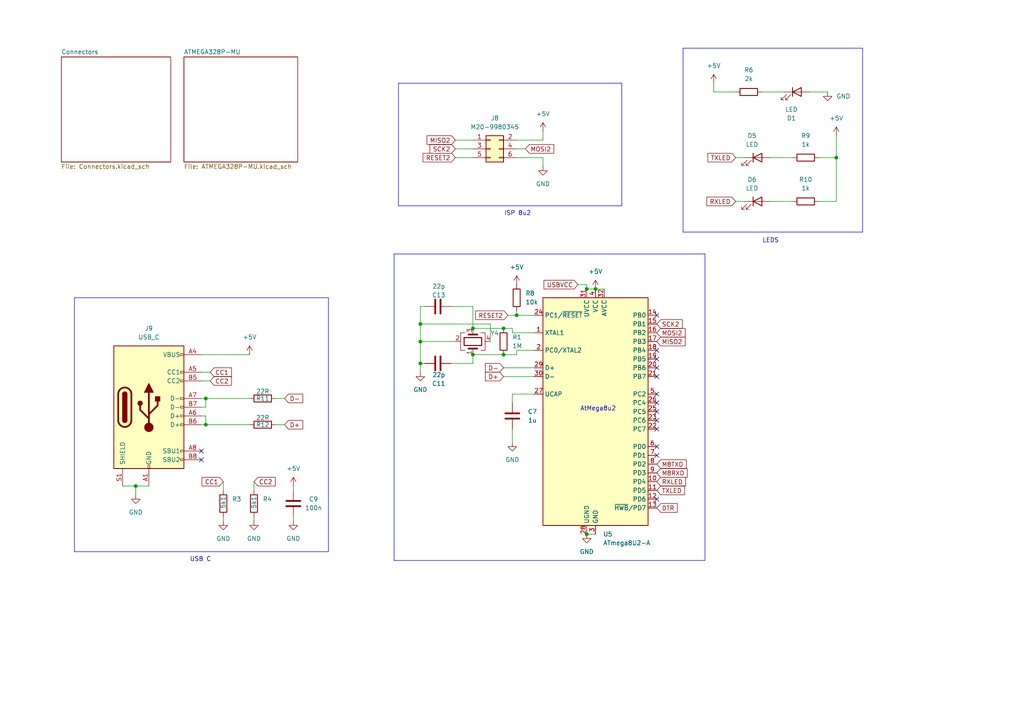
<source format=kicad_sch>
(kicad_sch (version 20231120) (generator "eeschema") (generator_version "8.0")
  (paper "A4")
  (title_block (title "PicoMother") (date "2024-11-05") (rev "1") (company "Bonningre Louis") (comment 1 "Lecomte Antoine"))
  (lib_symbols
    (symbol "Connector:USB_C_Receptacle_USB2.0_16P" (pin_names (offset 1.016))
      (property "Reference" "J" (at 0 22.225 0))
      (property "Value" "USB_C_Receptacle_USB2.0_16P" (at 0 19.685 0))
      (symbol "USB_C_Receptacle_USB2.0_16P_0_0"
        (rectangle (start -0.254 -17.78) (end 0.254 -16.764))
        (rectangle (start 10.16 -14.986) (end 9.144 -15.494))
        (rectangle (start 10.16 -12.446) (end 9.144 -12.954))
        (rectangle (start 10.16 -4.826) (end 9.144 -5.334))
        (rectangle (start 10.16 -2.286) (end 9.144 -2.794))
        (rectangle (start 10.16 0.254) (end 9.144 -0.254))
        (rectangle (start 10.16 2.794) (end 9.144 2.286))
        (rectangle (start 10.16 7.874) (end 9.144 7.366))
        (rectangle (start 10.16 10.414) (end 9.144 9.906))
        (rectangle (start 10.16 15.494) (end 9.144 14.986))
      )
      (symbol "USB_C_Receptacle_USB2.0_16P_0_1"
        (rectangle (start -10.16 17.78) (end 10.16 -17.78) (stroke (width 0.254)) (fill (type background)))
        (arc (start -8.89 -3.81) (mid -6.985 -5.7067) (end -5.08 -3.81) (stroke (width 0.508)))
        (arc (start -7.62 -3.81) (mid -6.985 -4.4423) (end -6.35 -3.81) (stroke (width 0.254)))
        (arc (start -7.62 -3.81) (mid -6.985 -4.4423) (end -6.35 -3.81) (stroke (width 0.254)) (fill (type outline)))
        (rectangle (start -7.62 -3.81) (end -6.35 3.81) (stroke (width 0.254)) (fill (type outline)))
        (arc (start -6.35 3.81) (mid -6.985 4.4423) (end -7.62 3.81) (stroke (width 0.254)))
        (arc (start -6.35 3.81) (mid -6.985 4.4423) (end -7.62 3.81) (stroke (width 0.254)) (fill (type outline)))
        (arc (start -5.08 3.81) (mid -6.985 5.7067) (end -8.89 3.81) (stroke (width 0.508)))
        (circle (center -2.54 1.143) (radius 0.635) (stroke (width 0.254)) (fill (type outline)))
        (circle (center 0 -5.842) (radius 1.27) (fill (type outline)))
        (polyline (pts (xy -8.89 -3.81) (xy -8.89 3.81)) (stroke (width 0.508)))
        (polyline (pts (xy -5.08 3.81) (xy -5.08 -3.81)) (stroke (width 0.508)))
        (polyline (pts (xy 0 -5.842) (xy 0 4.318)) (stroke (width 0.508)))
        (polyline (pts (xy 0 -3.302) (xy -2.54 -0.762) (xy -2.54 0.508)) (stroke (width 0.508)))
        (polyline (pts (xy 0 -2.032) (xy 2.54 0.508) (xy 2.54 1.778)) (stroke (width 0.508)))
        (polyline (pts (xy -1.27 4.318) (xy 0 6.858) (xy 1.27 4.318) (xy -1.27 4.318)) (stroke (width 0.254)) (fill (type outline)))
        (rectangle (start 1.905 1.778) (end 3.175 3.048) (stroke (width 0.254)) (fill (type outline)))
      )
      (symbol "USB_C_Receptacle_USB2.0_16P_1_1"
        (pin passive line (at 0 -22.86 90) (length 5.08) (name "GND") (number "A1"))
        (pin passive line (at 0 -22.86 90) (length 5.08) hide (name "GND") (number "A12"))
        (pin passive line (at 15.24 15.24 180) (length 5.08) (name "VBUS") (number "A4"))
        (pin bidirectional line (at 15.24 10.16 180) (length 5.08) (name "CC1") (number "A5"))
        (pin bidirectional line (at 15.24 -2.54 180) (length 5.08) (name "D+") (number "A6"))
        (pin bidirectional line (at 15.24 2.54 180) (length 5.08) (name "D-") (number "A7"))
        (pin bidirectional line (at 15.24 -12.7 180) (length 5.08) (name "SBU1") (number "A8"))
        (pin passive line (at 15.24 15.24 180) (length 5.08) hide (name "VBUS") (number "A9"))
        (pin passive line (at 0 -22.86 90) (length 5.08) hide (name "GND") (number "B1"))
        (pin passive line (at 0 -22.86 90) (length 5.08) hide (name "GND") (number "B12"))
        (pin passive line (at 15.24 15.24 180) (length 5.08) hide (name "VBUS") (number "B4"))
        (pin bidirectional line (at 15.24 7.62 180) (length 5.08) (name "CC2") (number "B5"))
        (pin bidirectional line (at 15.24 -5.08 180) (length 5.08) (name "D+") (number "B6"))
        (pin bidirectional line (at 15.24 0 180) (length 5.08) (name "D-") (number "B7"))
        (pin bidirectional line (at 15.24 -15.24 180) (length 5.08) (name "SBU2") (number "B8"))
        (pin passive line (at 15.24 15.24 180) (length 5.08) hide (name "VBUS") (number "B9"))
        (pin passive line (at -7.62 -22.86 90) (length 5.08) (name "SHIELD") (number "S1"))
      )
    )
    (symbol "Connector_Generic:Conn_02x03_Odd_Even" (pin_names (offset 1.016) hide)
      (property "Reference" "J" (at 1.27 5.08 0))
      (property "Value" "Conn_02x03_Odd_Even" (at 1.27 -5.08 0))
      (symbol "Conn_02x03_Odd_Even_1_1"
        (rectangle (start -1.27 -2.413) (end 0 -2.667) (stroke (width 0.1524)))
        (rectangle (start -1.27 0.127) (end 0 -0.127) (stroke (width 0.1524)))
        (rectangle (start -1.27 2.667) (end 0 2.413) (stroke (width 0.1524)))
        (rectangle (start -1.27 3.81) (end 3.81 -3.81) (stroke (width 0.254)) (fill (type background)))
        (rectangle (start 3.81 -2.413) (end 2.54 -2.667) (stroke (width 0.1524)))
        (rectangle (start 3.81 0.127) (end 2.54 -0.127) (stroke (width 0.1524)))
        (rectangle (start 3.81 2.667) (end 2.54 2.413) (stroke (width 0.1524)))
        (pin passive line (at -5.08 2.54 0) (length 3.81) (name "Pin_1") (number "1"))
        (pin passive line (at 7.62 2.54 180) (length 3.81) (name "Pin_2") (number "2"))
        (pin passive line (at -5.08 0 0) (length 3.81) (name "Pin_3") (number "3"))
        (pin passive line (at 7.62 0 180) (length 3.81) (name "Pin_4") (number "4"))
        (pin passive line (at -5.08 -2.54 0) (length 3.81) (name "Pin_5") (number "5"))
        (pin passive line (at 7.62 -2.54 180) (length 3.81) (name "Pin_6") (number "6"))
      )
    )
    (symbol "Device:C" (pin_numbers hide) (pin_names (offset 0.254))
      (property "Reference" "C" (at 0.635 2.54 0))
      (property "Value" "C" (at 0.635 -2.54 0))
      (symbol "C_0_1"
        (polyline (pts (xy -2.032 -0.762) (xy 2.032 -0.762)) (stroke (width 0.508)))
        (polyline (pts (xy -2.032 0.762) (xy 2.032 0.762)) (stroke (width 0.508)))
      )
      (symbol "C_1_1"
        (pin passive line (at 0 3.81 270) (length 2.794) (name "~") (number "1"))
        (pin passive line (at 0 -3.81 90) (length 2.794) (name "~") (number "2"))
      )
    )
    (symbol "Device:Crystal_GND24" (pin_names (offset 1.016) hide)
      (property "Reference" "Y" (at 3.175 5.08 0))
      (property "Value" "Crystal_GND24" (at 3.175 3.175 0))
      (symbol "Crystal_GND24_0_1"
        (rectangle (start -1.143 2.54) (end 1.143 -2.54) (stroke (width 0.3048)))
        (polyline (pts (xy -2.54 0) (xy -2.032 0)))
        (polyline (pts (xy -2.032 -1.27) (xy -2.032 1.27)) (stroke (width 0.508)))
        (polyline (pts (xy 0 -3.81) (xy 0 -3.556)))
        (polyline (pts (xy 0 3.556) (xy 0 3.81)))
        (polyline (pts (xy 2.032 -1.27) (xy 2.032 1.27)) (stroke (width 0.508)))
        (polyline (pts (xy 2.032 0) (xy 2.54 0)))
        (polyline (pts (xy -2.54 -2.286) (xy -2.54 -3.556) (xy 2.54 -3.556) (xy 2.54 -2.286)))
        (polyline (pts (xy -2.54 2.286) (xy -2.54 3.556) (xy 2.54 3.556) (xy 2.54 2.286)))
      )
      (symbol "Crystal_GND24_1_1"
        (pin passive line (at -3.81 0 0) (length 1.27) (name "1") (number "1"))
        (pin passive line (at 0 5.08 270) (length 1.27) (name "2") (number "2"))
        (pin passive line (at 3.81 0 180) (length 1.27) (name "3") (number "3"))
        (pin passive line (at 0 -5.08 90) (length 1.27) (name "4") (number "4"))
      )
    )
    (symbol "Device:LED" (pin_numbers hide) (pin_names (offset 1.016) hide)
      (property "Reference" "D" (at 0 2.54 0))
      (property "Value" "LED" (at 0 -2.54 0))
      (symbol "LED_0_1"
        (polyline (pts (xy -1.27 -1.27) (xy -1.27 1.27)) (stroke (width 0.254)))
        (polyline (pts (xy -1.27 0) (xy 1.27 0)))
        (polyline (pts (xy 1.27 -1.27) (xy 1.27 1.27) (xy -1.27 0) (xy 1.27 -1.27)) (stroke (width 0.254)))
        (polyline (pts (xy -3.048 -0.762) (xy -4.572 -2.286) (xy -3.81 -2.286) (xy -4.572 -2.286) (xy -4.572 -1.524)))
        (polyline (pts (xy -1.778 -0.762) (xy -3.302 -2.286) (xy -2.54 -2.286) (xy -3.302 -2.286) (xy -3.302 -1.524)))
      )
      (symbol "LED_1_1"
        (pin passive line (at -3.81 0 0) (length 2.54) (name "K") (number "1"))
        (pin passive line (at 3.81 0 180) (length 2.54) (name "A") (number "2"))
      )
    )
    (symbol "Device:R" (pin_numbers hide) (pin_names (offset 0))
      (property "Reference" "R" (at 2.032 0 90))
      (property "Value" "R" (at 0 0 90))
      (symbol "R_0_1"
        (rectangle (start -1.016 -2.54) (end 1.016 2.54) (stroke (width 0.254)))
      )
      (symbol "R_1_1"
        (pin passive line (at 0 3.81 270) (length 1.27) (name "~") (number "1"))
        (pin passive line (at 0 -3.81 90) (length 1.27) (name "~") (number "2"))
      )
    )
    (symbol "MCU_Microchip_ATmega:ATmega8U2-A"
      (property "Reference" "U" (at -15.24 34.29 0))
      (property "Value" "ATmega8U2-A" (at 2.54 -34.29 0))
      (symbol "ATmega8U2-A_0_1"
        (rectangle (start -15.24 -33.02) (end 15.24 33.02) (stroke (width 0.254)) (fill (type background)))
      )
      (symbol "ATmega8U2-A_1_1"
        (pin input line (at -17.78 22.86 0) (length 2.54) (name "XTAL1") (number "1"))
        (pin bidirectional line (at 17.78 -20.32 180) (length 2.54) (name "PD4") (number "10"))
        (pin bidirectional line (at 17.78 -22.86 180) (length 2.54) (name "PD5") (number "11"))
        (pin bidirectional line (at 17.78 -25.4 180) (length 2.54) (name "PD6") (number "12"))
        (pin bidirectional line (at 17.78 -27.94 180) (length 2.54) (name "~{HWB}/PD7") (number "13"))
        (pin bidirectional line (at 17.78 27.94 180) (length 2.54) (name "PB0") (number "14"))
        (pin bidirectional line (at 17.78 25.4 180) (length 2.54) (name "PB1") (number "15"))
        (pin bidirectional line (at 17.78 22.86 180) (length 2.54) (name "PB2") (number "16"))
        (pin bidirectional line (at 17.78 20.32 180) (length 2.54) (name "PB3") (number "17"))
        (pin bidirectional line (at 17.78 17.78 180) (length 2.54) (name "PB4") (number "18"))
        (pin bidirectional line (at 17.78 15.24 180) (length 2.54) (name "PB5") (number "19"))
        (pin bidirectional line (at -17.78 17.78 0) (length 2.54) (name "PC0/XTAL2") (number "2"))
        (pin bidirectional line (at 17.78 12.7 180) (length 2.54) (name "PB6") (number "20"))
        (pin bidirectional line (at 17.78 10.16 180) (length 2.54) (name "PB7") (number "21"))
        (pin bidirectional line (at 17.78 -5.08 180) (length 2.54) (name "PC7") (number "22"))
        (pin bidirectional line (at 17.78 -2.54 180) (length 2.54) (name "PC6") (number "23"))
        (pin bidirectional line (at -17.78 27.94 0) (length 2.54) (name "PC1/~{RESET}") (number "24"))
        (pin bidirectional line (at 17.78 0 180) (length 2.54) (name "PC5") (number "25"))
        (pin bidirectional line (at 17.78 2.54 180) (length 2.54) (name "PC4") (number "26"))
        (pin passive line (at -17.78 5.08 0) (length 2.54) (name "UCAP") (number "27"))
        (pin power_in line (at -2.54 -35.56 90) (length 2.54) (name "UGND") (number "28"))
        (pin bidirectional line (at -17.78 12.7 0) (length 2.54) (name "D+") (number "29"))
        (pin power_in line (at 0 -35.56 90) (length 2.54) (name "GND") (number "3"))
        (pin bidirectional line (at -17.78 10.16 0) (length 2.54) (name "D-") (number "30"))
        (pin power_in line (at -2.54 35.56 270) (length 2.54) (name "UVCC") (number "31"))
        (pin power_in line (at 2.54 35.56 270) (length 2.54) (name "AVCC") (number "32"))
        (pin power_in line (at 0 35.56 270) (length 2.54) (name "VCC") (number "4"))
        (pin bidirectional line (at 17.78 5.08 180) (length 2.54) (name "PC2") (number "5"))
        (pin bidirectional line (at 17.78 -10.16 180) (length 2.54) (name "PD0") (number "6"))
        (pin bidirectional line (at 17.78 -12.7 180) (length 2.54) (name "PD1") (number "7"))
        (pin bidirectional line (at 17.78 -15.24 180) (length 2.54) (name "PD2") (number "8"))
        (pin bidirectional line (at 17.78 -17.78 180) (length 2.54) (name "PD3") (number "9"))
      )
    )
    (symbol "power:+5V" (power) (pin_numbers hide) (pin_names (offset 0) hide)
      (property "Value" "+5V" (at 0 3.556 0))
      (symbol "+5V_0_1"
        (polyline (pts (xy -0.762 1.27) (xy 0 2.54)))
        (polyline (pts (xy 0 0) (xy 0 2.54)))
        (polyline (pts (xy 0 2.54) (xy 0.762 1.27)))
      )
      (symbol "+5V_1_1"
        (pin power_in line (at 0 0 90) (length 0) (name "~") (number "1"))
      )
    )
    (symbol "power:GND" (power) (pin_numbers hide) (pin_names (offset 0) hide)
      (property "Value" "GND" (at 0 -3.81 0))
      (symbol "GND_0_1"
        (polyline (pts (xy 0 0) (xy 0 -1.27) (xy 1.27 -1.27) (xy 0 -2.54) (xy -1.27 -1.27) (xy 0 -1.27)))
      )
      (symbol "GND_1_1"
        (pin power_in line (at 0 0 270) (length 0) (name "~") (number "1"))
      )
    )
  )
  (junction (at 146.05 95.25))
  (junction (at 137.16 102.87))
  (junction (at 146.05 102.87))
  (junction (at 59.69 123.19))
  (junction (at 242.57 45.72))
  (junction (at 170.18 154.94))
  (junction (at 121.92 93.98))
  (junction (at 121.92 105.41))
  (junction (at 172.72 83.82))
  (junction (at 59.69 115.57))
  (junction (at 149.86 91.44))
  (junction (at 170.18 83.82))
  (junction (at 121.92 99.06))
  (junction (at 39.37 140.97))
  (junction (at 137.16 95.25))
  (no_connect (at 190.5 119.38))
  (no_connect (at 190.5 91.44))
  (no_connect (at 58.42 130.81))
  (no_connect (at 190.5 101.6))
  (no_connect (at 190.5 129.54))
  (no_connect (at 58.42 133.35))
  (no_connect (at 190.5 121.92))
  (no_connect (at 190.5 104.14))
  (no_connect (at 190.5 106.68))
  (no_connect (at 190.5 132.08))
  (no_connect (at 190.5 114.3))
  (no_connect (at 190.5 124.46))
  (no_connect (at 190.5 144.78))
  (no_connect (at 190.5 116.84))
  (no_connect (at 190.5 109.22))
  (polyline (pts (xy 198.12 13.97) (xy 198.12 67.31)))
  (wire (pts (xy 137.16 95.25) (xy 146.05 95.25)))
  (wire (pts (xy 213.36 58.42) (xy 215.9 58.42)))
  (wire (pts (xy 148.59 124.46) (xy 148.59 128.27)))
  (wire (pts (xy 59.69 115.57) (xy 58.42 115.57)))
  (wire (pts (xy 121.92 88.9) (xy 123.19 88.9)))
  (polyline (pts (xy 198.12 13.97) (xy 250.19 13.97)))
  (wire (pts (xy 148.59 114.3) (xy 148.59 116.84)))
  (wire (pts (xy 64.77 151.13) (xy 64.77 149.86)))
  (wire (pts (xy 58.42 118.11) (xy 59.69 118.11)))
  (wire (pts (xy 59.69 115.57) (xy 72.39 115.57)))
  (wire (pts (xy 82.55 115.57) (xy 80.01 115.57)))
  (polyline (pts (xy 250.19 67.31) (xy 250.19 13.97)))
  (wire (pts (xy 59.69 118.11) (xy 59.69 115.57)))
  (wire (pts (xy 240.03 26.67) (xy 234.95 26.67)))
  (wire (pts (xy 157.48 45.72) (xy 157.48 48.26)))
  (wire (pts (xy 242.57 45.72) (xy 242.57 58.42)))
  (wire (pts (xy 121.92 93.98) (xy 121.92 99.06)))
  (wire (pts (xy 242.57 39.37) (xy 242.57 45.72)))
  (wire (pts (xy 170.18 154.94) (xy 172.72 154.94)))
  (polyline (pts (xy 198.12 67.31) (xy 250.19 67.31)))
  (wire (pts (xy 58.42 123.19) (xy 59.69 123.19)))
  (wire (pts (xy 59.69 123.19) (xy 59.69 120.65)))
  (wire (pts (xy 242.57 58.42) (xy 237.49 58.42)))
  (polyline (pts (xy 95.25 160.02) (xy 21.59 160.02)))
  (polyline (pts (xy 180.34 24.13) (xy 115.57 24.13)))
  (wire (pts (xy 149.86 45.72) (xy 157.48 45.72)))
  (wire (pts (xy 167.64 82.55) (xy 170.18 82.55)))
  (wire (pts (xy 146.05 109.22) (xy 154.94 109.22)))
  (wire (pts (xy 157.48 40.64) (xy 157.48 38.1)))
  (wire (pts (xy 82.55 123.19) (xy 80.01 123.19)))
  (wire (pts (xy 121.92 99.06) (xy 121.92 105.41)))
  (wire (pts (xy 170.18 82.55) (xy 170.18 83.82)))
  (polyline (pts (xy 180.34 59.69) (xy 180.34 24.13)))
  (wire (pts (xy 146.05 106.68) (xy 154.94 106.68)))
  (wire (pts (xy 213.36 45.72) (xy 215.9 45.72)))
  (wire (pts (xy 35.56 140.97) (xy 39.37 140.97)))
  (wire (pts (xy 58.42 102.87) (xy 72.39 102.87)))
  (wire (pts (xy 64.77 139.7) (xy 64.77 142.24)))
  (wire (pts (xy 137.16 102.87) (xy 146.05 102.87)))
  (wire (pts (xy 132.08 40.64) (xy 137.16 40.64)))
  (polyline (pts (xy 204.47 162.56) (xy 114.3 162.56)))
  (polyline (pts (xy 114.3 73.66) (xy 114.3 162.56)))
  (wire (pts (xy 223.52 45.72) (xy 229.87 45.72)))
  (wire (pts (xy 223.52 58.42) (xy 229.87 58.42)))
  (polyline (pts (xy 114.3 73.66) (xy 204.47 73.66)))
  (wire (pts (xy 121.92 99.06) (xy 132.08 99.06)))
  (wire (pts (xy 73.66 139.7) (xy 73.66 142.24)))
  (wire (pts (xy 137.16 95.25) (xy 137.16 88.9)))
  (wire (pts (xy 154.94 114.3) (xy 148.59 114.3)))
  (wire (pts (xy 85.09 151.13) (xy 85.09 149.86)))
  (wire (pts (xy 73.66 151.13) (xy 73.66 149.86)))
  (wire (pts (xy 154.94 101.6) (xy 149.86 101.6)))
  (polyline (pts (xy 21.59 86.36) (xy 95.25 86.36)))
  (wire (pts (xy 142.24 99.06) (xy 142.24 93.98)))
  (polyline (pts (xy 21.59 86.36) (xy 21.59 160.02)))
  (wire (pts (xy 172.72 83.82) (xy 175.26 83.82)))
  (polyline (pts (xy 95.25 86.36) (xy 95.25 160.02)))
  (wire (pts (xy 132.08 45.72) (xy 137.16 45.72)))
  (wire (pts (xy 149.86 90.17) (xy 149.86 91.44)))
  (polyline (pts (xy 115.57 24.13) (xy 115.57 59.69)))
  (wire (pts (xy 121.92 88.9) (xy 121.92 93.98)))
  (wire (pts (xy 137.16 88.9) (xy 130.81 88.9)))
  (wire (pts (xy 149.86 101.6) (xy 149.86 102.87)))
  (wire (pts (xy 130.81 105.41) (xy 137.16 105.41)))
  (wire (pts (xy 121.92 105.41) (xy 123.19 105.41)))
  (wire (pts (xy 59.69 123.19) (xy 72.39 123.19)))
  (wire (pts (xy 148.59 96.52) (xy 148.59 95.25)))
  (wire (pts (xy 149.86 91.44) (xy 154.94 91.44)))
  (wire (pts (xy 220.98 26.67) (xy 227.33 26.67)))
  (wire (pts (xy 121.92 93.98) (xy 142.24 93.98)))
  (wire (pts (xy 137.16 105.41) (xy 137.16 102.87)))
  (wire (pts (xy 147.32 91.44) (xy 149.86 91.44)))
  (wire (pts (xy 207.01 24.13) (xy 207.01 26.67)))
  (wire (pts (xy 85.09 140.97) (xy 85.09 142.24)))
  (wire (pts (xy 39.37 140.97) (xy 43.18 140.97)))
  (wire (pts (xy 170.18 83.82) (xy 172.72 83.82)))
  (wire (pts (xy 39.37 143.51) (xy 39.37 140.97)))
  (wire (pts (xy 207.01 26.67) (xy 213.36 26.67)))
  (wire (pts (xy 60.96 110.49) (xy 58.42 110.49)))
  (polyline (pts (xy 204.47 73.66) (xy 204.47 162.56)))
  (wire (pts (xy 121.92 107.95) (xy 121.92 105.41)))
  (wire (pts (xy 146.05 95.25) (xy 148.59 95.25)))
  (wire (pts (xy 237.49 45.72) (xy 242.57 45.72)))
  (polyline (pts (xy 115.57 59.69) (xy 180.34 59.69)))
  (wire (pts (xy 149.86 43.18) (xy 152.4 43.18)))
  (wire (pts (xy 132.08 43.18) (xy 137.16 43.18)))
  (wire (pts (xy 59.69 120.65) (xy 58.42 120.65)))
  (wire (pts (xy 60.96 107.95) (xy 58.42 107.95)))
  (wire (pts (xy 149.86 40.64) (xy 157.48 40.64)))
  (wire (pts (xy 154.94 96.52) (xy 148.59 96.52)))
  (wire (pts (xy 146.05 102.87) (xy 149.86 102.87)))
  (text "AtMega8u2\n" (at 173.482 118.618 0) (effects (font (size 1.27 1.27))))
  (text "USB C\n" (at 58.166 162.306 0) (effects (font (size 1.27 1.27))))
  (text "LEDS" (at 223.52 69.85 0) (effects (font (size 1.27 1.27))))
  (text "ISP 8u2\n" (at 150.114 61.976 0) (effects (font (size 1.27 1.27))))
  (global_label "TXLED" (shape input) (at 213.36 45.72 180) (property "Intersheetrefs" "${INTERSHEET_REFS}" (effects (hide yes))))
  (global_label "TXLED" (shape input) (at 190.5 142.24 0) (property "Intersheetrefs" "${INTERSHEET_REFS}" (effects (hide yes))))
  (global_label "M8TXD" (shape input) (at 190.5 134.62 0) (property "Intersheetrefs" "${INTERSHEET_REFS}" (effects (hide yes))))
  (global_label "RESET2" (shape input) (at 132.08 45.72 180) (property "Intersheetrefs" "${INTERSHEET_REFS}" (effects (hide yes))))
  (global_label "RESET2" (shape input) (at 147.32 91.44 180) (property "Intersheetrefs" "${INTERSHEET_REFS}" (effects (hide yes))))
  (global_label "MISO2" (shape input) (at 190.5 99.06 0) (property "Intersheetrefs" "${INTERSHEET_REFS}" (effects (hide yes))))
  (global_label "D-" (shape input) (at 82.55 115.57 0) (property "Intersheetrefs" "${INTERSHEET_REFS}" (effects (hide yes))))
  (global_label "D+" (shape input) (at 82.55 123.19 0) (property "Intersheetrefs" "${INTERSHEET_REFS}" (effects (hide yes))))
  (global_label "D-" (shape input) (at 146.05 106.68 180) (property "Intersheetrefs" "${INTERSHEET_REFS}" (effects (hide yes))))
  (global_label "CC1" (shape input) (at 60.96 107.95 0) (property "Intersheetrefs" "${INTERSHEET_REFS}" (effects (hide yes))))
  (global_label "SCK2" (shape input) (at 132.08 43.18 180) (property "Intersheetrefs" "${INTERSHEET_REFS}" (effects (hide yes))))
  (global_label "M8RXD" (shape input) (at 190.5 137.16 0) (property "Intersheetrefs" "${INTERSHEET_REFS}" (effects (hide yes))))
  (global_label "RXLED" (shape input) (at 213.36 58.42 180) (property "Intersheetrefs" "${INTERSHEET_REFS}" (effects (hide yes))))
  (global_label "CC1" (shape input) (at 64.77 139.7 180) (property "Intersheetrefs" "${INTERSHEET_REFS}" (effects (hide yes))))
  (global_label "RXLED" (shape input) (at 190.5 139.7 0) (property "Intersheetrefs" "${INTERSHEET_REFS}" (effects (hide yes))))
  (global_label "MOSI2" (shape input) (at 190.5 96.52 0) (property "Intersheetrefs" "${INTERSHEET_REFS}" (effects (hide yes))))
  (global_label "USBVCC" (shape input) (at 167.64 82.55 180) (property "Intersheetrefs" "${INTERSHEET_REFS}" (effects (hide yes))))
  (global_label "D+" (shape input) (at 146.05 109.22 180) (property "Intersheetrefs" "${INTERSHEET_REFS}" (effects (hide yes))))
  (global_label "SCK2" (shape input) (at 190.5 93.98 0) (property "Intersheetrefs" "${INTERSHEET_REFS}" (effects (hide yes))))
  (global_label "DTR" (shape input) (at 190.5 147.32 0) (property "Intersheetrefs" "${INTERSHEET_REFS}" (effects (hide yes))))
  (global_label "MOSI2" (shape input) (at 152.4 43.18 0) (property "Intersheetrefs" "${INTERSHEET_REFS}" (effects (hide yes))))
  (global_label "CC2" (shape input) (at 73.66 139.7 0) (property "Intersheetrefs" "${INTERSHEET_REFS}" (effects (hide yes))))
  (global_label "CC2" (shape input) (at 60.96 110.49 0) (property "Intersheetrefs" "${INTERSHEET_REFS}" (effects (hide yes))))
  (global_label "MISO2" (shape input) (at 132.08 40.64 180) (property "Intersheetrefs" "${INTERSHEET_REFS}" (effects (hide yes))))
  (symbol (lib_id "Device:R") (at 76.2 115.57 90) (unit 1)
    (property "Reference" "R11" (at 76.2 115.57 90))
    (property "Value" "22R" (at 76.2 113.538 90))
    (property "Footprint" "Resistor_SMD:R_0603_1608Metric_Pad0.98x0.95mm_HandSolder" (effects (hide yes)))
    (property "Description" "Resistor" (effects (hide yes)))
  )
  (symbol (lib_id "Connector:USB_C_Receptacle_USB2.0_16P") (at 43.18 118.11 0) (unit 1)
    (property "Reference" "J9" (at 43.18 95.25 0))
    (property "Value" "USB_C" (at 43.18 97.79 0))
    (property "Footprint" "Connector_USB:USB_C_Receptacle_GCT_USB4105-xx-A_16P_TopMnt_Horizontal" (effects (hide yes)))
    (property "Datasheet" "https://www.usb.org/sites/default/files/documents/usb_type-c.zip" (effects (hide yes)))
    (property "Description" "USB 2.0-only 16P Type-C Receptacle connector" (effects (hide yes)))
  )
  (symbol (lib_id "power:+5V") (at 72.39 102.87 0) (unit 1)
    (property "Reference" "#PWR053" (effects (hide yes)))
    (property "Value" "+5V" (at 72.39 97.79 0))
    (property "Description" "Power symbol creates a global label with name \"+5V\"" (effects (hide yes)))
  )
  (symbol (lib_id "power:+5V") (at 149.86 82.55 0) (unit 1)
    (property "Reference" "#PWR025" (effects (hide yes)))
    (property "Value" "+5V" (at 149.86 77.47 0))
    (property "Description" "Power symbol creates a global label with name \"+5V\"" (effects (hide yes)))
  )
  (symbol (lib_id "power:GND") (at 121.92 107.95 0) (unit 1)
    (property "Reference" "#PWR027" (effects (hide yes)))
    (property "Value" "GND" (at 121.92 113.03 0))
    (property "Description" "Power symbol creates a global label with name \"GND\" , ground" (effects (hide yes)))
  )
  (symbol (lib_id "power:GND") (at 39.37 143.51 0) (unit 1)
    (property "Reference" "#PWR036" (effects (hide yes)))
    (property "Value" "GND" (at 39.37 148.59 0))
    (property "Description" "Power symbol creates a global label with name \"GND\" , ground" (effects (hide yes)))
  )
  (symbol (lib_id "Device:C") (at 127 88.9 270) (unit 1)
    (property "Reference" "C13" (at 127.254 85.598 90))
    (property "Value" "22p" (at 127.254 83.058 90))
    (property "Footprint" "Capacitor_SMD:C_0603_1608Metric_Pad1.08x0.95mm_HandSolder" (effects (hide yes)))
    (property "Description" "Unpolarized capacitor" (effects (hide yes)))
  )
  (symbol (lib_id "power:GND") (at 85.09 151.13 0) (unit 1)
    (property "Reference" "#PWR018" (effects (hide yes)))
    (property "Value" "GND" (at 85.09 156.21 0))
    (property "Description" "Power symbol creates a global label with name \"GND\" , ground" (effects (hide yes)))
  )
  (symbol (lib_id "power:GND") (at 170.18 154.94 0) (unit 1)
    (property "Reference" "#PWR039" (effects (hide yes)))
    (property "Value" "GND" (at 170.18 160.02 0))
    (property "Description" "Power symbol creates a global label with name \"GND\" , ground" (effects (hide yes)))
  )
  (symbol (lib_id "power:+5V") (at 157.48 38.1 0) (unit 1)
    (property "Reference" "#PWR043" (effects (hide yes)))
    (property "Value" "+5V" (at 157.48 33.02 0))
    (property "Description" "Power symbol creates a global label with name \"+5V\"" (effects (hide yes)))
  )
  (symbol (lib_id "power:GND") (at 148.59 128.27 0) (unit 1)
    (property "Reference" "#PWR055" (effects (hide yes)))
    (property "Value" "GND" (at 148.59 133.35 0))
    (property "Description" "Power symbol creates a global label with name \"GND\" , ground" (effects (hide yes)))
  )
  (symbol (lib_id "Device:R") (at 73.66 146.05 0) (unit 1)
    (property "Reference" "R4" (at 76.2 144.7799 0) (effects (justify left)))
    (property "Value" "5k1" (at 73.66 147.574 90) (effects (justify left)))
    (property "Footprint" "Resistor_SMD:R_0603_1608Metric_Pad0.98x0.95mm_HandSolder" (effects (hide yes)))
    (property "Description" "Resistor" (effects (hide yes)))
  )
  (symbol (lib_id "Connector_Generic:Conn_02x03_Odd_Even") (at 142.24 43.18 0) (unit 1)
    (property "Reference" "J8" (at 143.51 34.29 0))
    (property "Value" "M20-9980345" (at 143.51 36.83 0))
    (property "Footprint" "Connector_PinHeader_2.54mm:PinHeader_2x03_P2.54mm_Vertical" (effects (hide yes)))
    (property "Description" "Generic connector, double row, 02x03, odd/even pin numbering scheme (row 1 odd numbers, row 2 even numbers), script generated (kicad-library-utils/schlib/autogen/connector/)" (effects (hide yes)))
  )
  (symbol (lib_id "Device:R") (at 233.68 58.42 90) (unit 1)
    (property "Reference" "R10" (at 233.68 52.07 90))
    (property "Value" "1k" (at 233.68 54.61 90))
    (property "Footprint" "Resistor_SMD:R_0603_1608Metric_Pad0.98x0.95mm_HandSolder" (effects (hide yes)))
    (property "Description" "Resistor" (effects (hide yes)))
  )
  (symbol (lib_id "power:+5V") (at 85.09 140.97 0) (unit 1)
    (property "Reference" "#PWR023" (effects (hide yes)))
    (property "Value" "+5V" (at 85.09 135.89 0))
    (property "Description" "Power symbol creates a global label with name \"+5V\"" (effects (hide yes)))
  )
  (symbol (lib_id "power:GND") (at 73.66 151.13 0) (unit 1)
    (property "Reference" "#PWR022" (effects (hide yes)))
    (property "Value" "GND" (at 73.66 156.21 0))
    (property "Description" "Power symbol creates a global label with name \"GND\" , ground" (effects (hide yes)))
  )
  (symbol (lib_id "Device:LED") (at 219.71 58.42 0) (unit 1)
    (property "Reference" "D6" (at 218.1225 52.07 0))
    (property "Value" "LED" (at 218.1225 54.61 0))
    (property "Footprint" "LED_SMD:LED_0603_1608Metric_Pad1.05x0.95mm_HandSolder" (effects (hide yes)))
    (property "Description" "Light emitting diode" (effects (hide yes)))
  )
  (symbol (lib_id "MCU_Microchip_ATmega:ATmega8U2-A") (at 172.72 119.38 0) (unit 1)
    (property "Reference" "U5" (at 174.9141 154.94 0) (effects (justify left)))
    (property "Value" "ATmega8U2-A" (at 174.9141 157.48 0) (effects (justify left)))
    (property "Footprint" "Package_QFP:TQFP-32_7x7mm_P0.8mm" (effects (hide yes)))
    (property "Datasheet" "http://ww1.microchip.com/downloads/en/DeviceDoc/doc7799.pdf" (effects (hide yes)))
    (property "Description" "16MHz, 8kB Flash, 512B SRAM, 512B EEPROM, TQFP-32" (effects (hide yes)))
  )
  (symbol (lib_id "power:GND") (at 64.77 151.13 0) (unit 1)
    (property "Reference" "#PWR029" (effects (hide yes)))
    (property "Value" "GND" (at 64.77 156.21 0))
    (property "Description" "Power symbol creates a global label with name \"GND\" , ground" (effects (hide yes)))
  )
  (symbol (lib_id "Device:R") (at 76.2 123.19 90) (unit 1)
    (property "Reference" "R12" (at 76.2 123.19 90))
    (property "Value" "22R" (at 76.2 121.158 90))
    (property "Footprint" "Resistor_SMD:R_0603_1608Metric_Pad0.98x0.95mm_HandSolder" (effects (hide yes)))
    (property "Description" "Resistor" (effects (hide yes)))
  )
  (symbol (lib_id "Device:R") (at 64.77 146.05 0) (unit 1)
    (property "Reference" "R3" (at 67.31 144.7799 0) (effects (justify left)))
    (property "Value" "5k1" (at 64.77 147.574 90) (effects (justify left)))
    (property "Footprint" "Resistor_SMD:R_0603_1608Metric_Pad0.98x0.95mm_HandSolder" (effects (hide yes)))
    (property "Description" "Resistor" (effects (hide yes)))
  )
  (symbol (lib_id "Device:R") (at 233.68 45.72 90) (unit 1)
    (property "Reference" "R9" (at 233.68 39.37 90))
    (property "Value" "1k" (at 233.68 41.91 90))
    (property "Footprint" "Resistor_SMD:R_0603_1608Metric_Pad0.98x0.95mm_HandSolder" (effects (hide yes)))
    (property "Description" "Resistor" (effects (hide yes)))
  )
  (symbol (lib_id "Device:R") (at 217.17 26.67 90) (unit 1)
    (property "Reference" "R6" (at 217.17 20.32 90))
    (property "Value" "2k" (at 217.17 22.86 90))
    (property "Footprint" "Resistor_SMD:R_0603_1608Metric_Pad0.98x0.95mm_HandSolder" (effects (hide yes)))
    (property "Description" "Resistor" (effects (hide yes)))
  )
  (symbol (lib_id "power:+5V") (at 207.01 24.13 0) (unit 1)
    (property "Reference" "#PWR01" (effects (hide yes)))
    (property "Value" "+5V" (at 207.01 19.05 0))
    (property "Description" "Power symbol creates a global label with name \"+5V\"" (effects (hide yes)))
  )
  (symbol (lib_id "Device:LED") (at 231.14 26.67 0) (unit 1)
    (property "Reference" "D1" (at 229.5525 34.29 0))
    (property "Value" "LED" (at 229.5525 31.75 0))
    (property "Footprint" "LED_SMD:LED_0603_1608Metric_Pad1.05x0.95mm_HandSolder" (effects (hide yes)))
    (property "Description" "Light emitting diode" (effects (hide yes)))
  )
  (symbol (lib_id "Device:Crystal_GND24") (at 137.16 99.06 90) (unit 1)
    (property "Reference" "Y4" (at 143.51 96.6468 90))
    (property "Value" "Crystal_GND24" (effects (hide yes)))
    (property "Footprint" "Crystal:Crystal_SMD_SeikoEpson_FA238-4Pin_3.2x2.5mm_HandSoldering" (effects (hide yes)))
    (property "Description" "Four pin crystal, GND on pins 2 and 4" (effects (hide yes)))
  )
  (symbol (lib_id "Device:LED") (at 219.71 45.72 0) (unit 1)
    (property "Reference" "D5" (at 218.1225 39.37 0))
    (property "Value" "LED" (at 218.1225 41.91 0))
    (property "Footprint" "LED_SMD:LED_0603_1608Metric_Pad1.05x0.95mm_HandSolder" (effects (hide yes)))
    (property "Description" "Light emitting diode" (effects (hide yes)))
  )
  (symbol (lib_id "Device:C") (at 127 105.41 270) (unit 1)
    (property "Reference" "C11" (at 127.254 111.252 90))
    (property "Value" "22p" (at 127.254 108.712 90))
    (property "Footprint" "Capacitor_SMD:C_0603_1608Metric_Pad1.08x0.95mm_HandSolder" (effects (hide yes)))
    (property "Description" "Unpolarized capacitor" (effects (hide yes)))
  )
  (symbol (lib_id "power:GND") (at 240.03 26.67 0) (unit 1)
    (property "Reference" "#PWR02" (effects (hide yes)))
    (property "Value" "GND" (at 242.57 27.9399 0) (effects (justify left)))
    (property "Description" "Power symbol creates a global label with name \"GND\" , ground" (effects (hide yes)))
  )
  (symbol (lib_id "Device:C") (at 148.59 120.65 180) (unit 1)
    (property "Reference" "C7" (at 154.432 119.38 0))
    (property "Value" "1u" (at 154.432 121.92 0))
    (property "Footprint" "Capacitor_SMD:C_0603_1608Metric_Pad1.08x0.95mm_HandSolder" (effects (hide yes)))
    (property "Description" "Unpolarized capacitor" (effects (hide yes)))
  )
  (symbol (lib_id "power:+5V") (at 172.72 83.82 0) (unit 1)
    (property "Reference" "#PWR021" (effects (hide yes)))
    (property "Value" "+5V" (at 172.72 78.74 0))
    (property "Description" "Power symbol creates a global label with name \"+5V\"" (effects (hide yes)))
  )
  (symbol (lib_id "Device:R") (at 149.86 86.36 0) (unit 1)
    (property "Reference" "R8" (at 152.4 85.0899 0) (effects (justify left)))
    (property "Value" "10k" (at 152.4 87.6299 0) (effects (justify left)))
    (property "Footprint" "Resistor_SMD:R_0603_1608Metric_Pad0.98x0.95mm_HandSolder" (effects (hide yes)))
    (property "Description" "Resistor" (effects (hide yes)))
  )
  (symbol (lib_id "Device:C") (at 85.09 146.05 0) (unit 1)
    (property "Reference" "C9" (at 90.932 144.78 0))
    (property "Value" "100n" (at 90.932 147.32 0))
    (property "Footprint" "Capacitor_SMD:C_0603_1608Metric_Pad1.08x0.95mm_HandSolder" (effects (hide yes)))
    (property "Description" "Unpolarized capacitor" (effects (hide yes)))
  )
  (symbol (lib_id "power:GND") (at 157.48 48.26 0) (unit 1)
    (property "Reference" "#PWR028" (effects (hide yes)))
    (property "Value" "GND" (at 157.48 53.34 0))
    (property "Description" "Power symbol creates a global label with name \"GND\" , ground" (effects (hide yes)))
  )
  (symbol (lib_id "Device:R") (at 146.05 99.06 0) (unit 1)
    (property "Reference" "R1" (at 148.59 97.7899 0) (effects (justify left)))
    (property "Value" "1M" (at 148.59 100.3299 0) (effects (justify left)))
    (property "Footprint" "Resistor_SMD:R_0603_1608Metric_Pad0.98x0.95mm_HandSolder" (effects (hide yes)))
    (property "Description" "Resistor" (effects (hide yes)))
  )
  (symbol (lib_id "power:+5V") (at 242.57 39.37 0) (unit 1)
    (property "Reference" "#PWR024" (effects (hide yes)))
    (property "Value" "+5V" (at 242.57 34.29 0))
    (property "Description" "Power symbol creates a global label with name \"+5V\"" (effects (hide yes)))
  )
  (sheet (at 53.34 16.51) (size 33.02 30.48) (stroke (width 0.1524))
    (property "Sheetname" "ATMEGA328P-MU" (at 53.34 15.7984 0) (effects (justify left bottom)))
    (property "Sheetfile" "ATMEGA328P-MU.kicad_sch" (at 53.34 47.5746 0) (effects (justify left top)))
  )
  (sheet (at 17.78 16.51) (size 31.75 30.48) (stroke (width 0.1524))
    (property "Sheetname" "Connectors" (at 17.78 15.7984 0) (effects (justify left bottom)))
    (property "Sheetfile" "Connectors.kicad_sch" (at 17.78 47.5746 0) (effects (justify left top)))
  )
)
</source>
